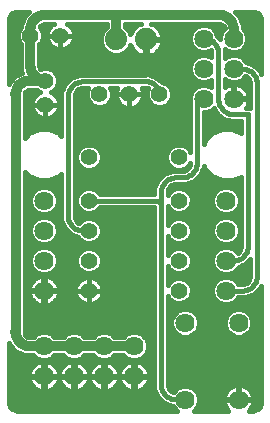
<source format=gbl>
G75*
%MOIN*%
%OFA0B0*%
%FSLAX24Y24*%
%IPPOS*%
%LPD*%
%AMOC8*
5,1,8,0,0,1.08239X$1,22.5*
%
%ADD10C,0.0640*%
%ADD11C,0.0555*%
%ADD12C,0.0560*%
%ADD13C,0.0740*%
%ADD14C,0.0160*%
%ADD15C,0.0320*%
D10*
X002100Y001555D03*
X002100Y002555D03*
X003100Y002555D03*
X003100Y001555D03*
X004100Y001555D03*
X004100Y002555D03*
X005100Y002555D03*
X005100Y001555D03*
X006810Y000775D03*
X008590Y000775D03*
X008590Y003335D03*
X008172Y004405D03*
X008172Y005405D03*
X008172Y006405D03*
X008172Y007405D03*
X008425Y010805D03*
X008425Y011805D03*
X008425Y012805D03*
X007425Y012805D03*
X007425Y011805D03*
X007425Y010805D03*
X002100Y007405D03*
X002100Y006405D03*
X002100Y005405D03*
X002100Y004405D03*
X006810Y003335D03*
D11*
X005950Y010955D03*
X004950Y010955D03*
X003950Y010955D03*
D12*
X002650Y012905D03*
X001650Y012905D03*
X002150Y011405D03*
X002150Y010605D03*
X003600Y008855D03*
X003600Y007405D03*
X003600Y006405D03*
X003600Y005405D03*
X003600Y004405D03*
X006600Y004405D03*
X006600Y005405D03*
X006600Y006405D03*
X006600Y007405D03*
X006600Y008855D03*
D13*
X005500Y012780D03*
X004500Y012780D03*
D14*
X000935Y000627D02*
X000976Y000530D01*
X001050Y000456D01*
X001147Y000415D01*
X001200Y000410D01*
X006524Y000410D01*
X006420Y000514D01*
X006401Y000560D01*
X006357Y000560D01*
X006092Y000670D01*
X006092Y000670D01*
X005890Y000872D01*
X005890Y000872D01*
X005780Y001137D01*
X005780Y007185D01*
X003963Y007185D01*
X003956Y007167D01*
X003838Y007049D01*
X003684Y006985D01*
X003516Y006985D01*
X003362Y007049D01*
X003244Y007167D01*
X003180Y007321D01*
X003180Y007489D01*
X003244Y007643D01*
X003362Y007761D01*
X003516Y007825D01*
X003684Y007825D01*
X003838Y007761D01*
X003956Y007643D01*
X003963Y007625D01*
X005780Y007625D01*
X005780Y007823D01*
X005890Y008088D01*
X005890Y008088D01*
X006092Y008290D01*
X006092Y008290D01*
X006357Y008400D01*
X006700Y008400D01*
X006755Y008405D01*
X006856Y008447D01*
X006933Y008524D01*
X006975Y008625D01*
X006979Y008673D01*
X006956Y008617D01*
X006838Y008499D01*
X006684Y008435D01*
X006516Y008435D01*
X006362Y008499D01*
X006244Y008617D01*
X006180Y008771D01*
X006180Y008939D01*
X006244Y009093D01*
X006362Y009211D01*
X006516Y009275D01*
X006684Y009275D01*
X006838Y009211D01*
X006956Y009093D01*
X006980Y009035D01*
X006980Y010677D01*
X006965Y010713D01*
X006965Y010896D01*
X007035Y011066D01*
X007164Y011195D01*
X007333Y011265D01*
X007516Y011265D01*
X007685Y011195D01*
X007685Y011415D01*
X007516Y011345D01*
X007333Y011345D01*
X007164Y011415D01*
X007035Y011544D01*
X006965Y011713D01*
X006965Y011896D01*
X007035Y012066D01*
X007164Y012195D01*
X007333Y012265D01*
X007516Y012265D01*
X007685Y012195D01*
X007685Y012227D01*
X007676Y012237D01*
X007685Y012317D01*
X007685Y012379D01*
X007675Y012411D01*
X007516Y012345D01*
X007333Y012345D01*
X007164Y012415D01*
X007035Y012544D01*
X006965Y012713D01*
X006965Y012896D01*
X007035Y013066D01*
X007164Y013195D01*
X007333Y013265D01*
X007516Y013265D01*
X007686Y013195D01*
X007815Y013066D01*
X007885Y012896D01*
X007885Y012886D01*
X007892Y012882D01*
X007892Y012882D01*
X007892Y012882D01*
X007965Y012792D01*
X007965Y012896D01*
X008035Y013066D01*
X008119Y013150D01*
X008091Y013216D01*
X008036Y013271D01*
X007964Y013301D01*
X007925Y013305D01*
X005663Y013305D01*
X005711Y013290D01*
X005788Y013250D01*
X005858Y013200D01*
X005920Y013138D01*
X005970Y013068D01*
X006010Y012991D01*
X006036Y012909D01*
X006050Y012823D01*
X006050Y012800D01*
X005520Y012800D01*
X005520Y012760D01*
X006050Y012760D01*
X006050Y012737D01*
X006036Y012651D01*
X006010Y012569D01*
X005970Y012492D01*
X005920Y012422D01*
X005858Y012360D01*
X005788Y012310D01*
X005711Y012270D01*
X005629Y012244D01*
X005543Y012230D01*
X005520Y012230D01*
X005520Y012760D01*
X005480Y012760D01*
X005480Y012230D01*
X005457Y012230D01*
X005371Y012244D01*
X005289Y012270D01*
X005212Y012310D01*
X005142Y012360D01*
X005080Y012422D01*
X005030Y012492D01*
X004990Y012569D01*
X004979Y012604D01*
X004932Y012491D01*
X004789Y012348D01*
X004601Y012270D01*
X004399Y012270D01*
X004211Y012348D01*
X004068Y012491D01*
X003990Y012679D01*
X003990Y012881D01*
X004068Y013069D01*
X004200Y013201D01*
X004200Y013305D01*
X002878Y013305D01*
X002891Y013298D01*
X002950Y013256D01*
X003001Y013205D01*
X003043Y013146D01*
X003076Y013082D01*
X003099Y013013D01*
X003110Y012941D01*
X003110Y012905D01*
X002650Y012905D01*
X002650Y012905D01*
X003110Y012905D01*
X003110Y012869D01*
X003099Y012797D01*
X003076Y012728D01*
X003043Y012664D01*
X003001Y012605D01*
X002950Y012554D01*
X002891Y012512D01*
X002827Y012479D01*
X002758Y012456D01*
X002686Y012445D01*
X002650Y012445D01*
X002650Y012905D01*
X002650Y012905D01*
X002650Y012905D01*
X002190Y012905D01*
X002190Y012941D01*
X002201Y013013D01*
X002224Y013082D01*
X002257Y013146D01*
X002299Y013205D01*
X002350Y013256D01*
X002409Y013298D01*
X002422Y013305D01*
X002150Y013305D01*
X002111Y013301D01*
X002039Y013271D01*
X001984Y013216D01*
X001969Y013180D01*
X002006Y013143D01*
X002070Y012989D01*
X002070Y012821D01*
X002006Y012667D01*
X001950Y012611D01*
X001950Y011905D01*
X001954Y011866D01*
X001984Y011794D01*
X001986Y011792D01*
X002066Y011825D01*
X002234Y011825D01*
X002388Y011761D01*
X002506Y011643D01*
X002570Y011489D01*
X002570Y011321D01*
X002506Y011167D01*
X002388Y011049D01*
X002335Y011027D01*
X002391Y010998D01*
X002450Y010956D01*
X002501Y010905D01*
X002543Y010846D01*
X002576Y010782D01*
X002599Y010713D01*
X002610Y010641D01*
X002680Y010641D01*
X002610Y010641D02*
X002610Y010605D01*
X002150Y010605D01*
X002150Y010605D01*
X002610Y010605D01*
X002610Y010569D01*
X002599Y010497D01*
X002576Y010428D01*
X002543Y010364D01*
X002501Y010305D01*
X002450Y010254D01*
X002391Y010212D01*
X002327Y010179D01*
X002258Y010156D01*
X002186Y010145D01*
X002150Y010145D01*
X002150Y010605D01*
X002150Y010605D01*
X002150Y010605D01*
X001690Y010605D01*
X001690Y010641D01*
X001453Y010641D01*
X001453Y010483D02*
X001706Y010483D01*
X001701Y010497D02*
X001724Y010428D01*
X001757Y010364D01*
X001799Y010305D01*
X001850Y010254D01*
X001909Y010212D01*
X001973Y010179D01*
X002042Y010156D01*
X002114Y010145D01*
X002150Y010145D01*
X002150Y010605D01*
X001690Y010605D01*
X001690Y010569D01*
X001701Y010497D01*
X001690Y010641D02*
X001701Y010713D01*
X001724Y010782D01*
X001757Y010846D01*
X001799Y010905D01*
X001850Y010956D01*
X001909Y010998D01*
X001965Y011027D01*
X001912Y011049D01*
X001856Y011105D01*
X001614Y011105D01*
X001583Y011100D01*
X001522Y011071D01*
X001476Y011020D01*
X001454Y010956D01*
X001453Y010933D01*
X001453Y010913D01*
X001456Y010862D01*
X001453Y010854D01*
X001453Y009509D01*
X001613Y009669D01*
X001929Y009800D01*
X002271Y009800D01*
X002587Y009669D01*
X002680Y009576D01*
X002680Y011023D01*
X002790Y011288D01*
X002790Y011288D01*
X002992Y011490D01*
X002992Y011490D01*
X003257Y011600D01*
X005438Y011600D01*
X005559Y011613D01*
X005559Y011613D01*
X005816Y011539D01*
X005816Y011539D01*
X006024Y011372D01*
X006033Y011372D01*
X006186Y011309D01*
X006304Y011191D01*
X006367Y011038D01*
X006367Y010872D01*
X006304Y010719D01*
X006186Y010601D01*
X006033Y010538D01*
X005867Y010538D01*
X005714Y010601D01*
X005596Y010719D01*
X005533Y010872D01*
X005533Y011038D01*
X005577Y011145D01*
X005527Y011160D01*
X005462Y011160D01*
X005384Y011151D01*
X005373Y011160D01*
X005359Y011160D01*
X005374Y011131D01*
X005396Y011062D01*
X005407Y010991D01*
X005407Y010955D01*
X004950Y010955D01*
X005407Y010955D01*
X005407Y010919D01*
X005396Y010848D01*
X005374Y010779D01*
X005341Y010715D01*
X005299Y010657D01*
X005248Y010606D01*
X005190Y010564D01*
X005126Y010531D01*
X005057Y010509D01*
X004986Y010498D01*
X004950Y010498D01*
X004950Y010955D01*
X004950Y010955D01*
X004950Y010955D01*
X004950Y010955D01*
X004493Y010955D01*
X004493Y010991D01*
X004504Y011062D01*
X004526Y011131D01*
X004541Y011160D01*
X004317Y011160D01*
X004367Y011038D01*
X004367Y010872D01*
X004304Y010719D01*
X004186Y010601D01*
X004033Y010538D01*
X003867Y010538D01*
X003714Y010601D01*
X003596Y010719D01*
X003533Y010872D01*
X003533Y011038D01*
X003583Y011160D01*
X003400Y011160D01*
X003345Y011155D01*
X003244Y011113D01*
X003167Y011036D01*
X003125Y010935D01*
X003120Y010880D01*
X003120Y006905D01*
X003125Y006850D01*
X003167Y006749D01*
X003244Y006672D01*
X003244Y006672D01*
X003265Y006664D01*
X003362Y006761D01*
X003516Y006825D01*
X003684Y006825D01*
X003838Y006761D01*
X003956Y006643D01*
X004020Y006489D01*
X004020Y006321D01*
X003956Y006167D01*
X003838Y006049D01*
X003684Y005985D01*
X003516Y005985D01*
X003362Y006049D01*
X003244Y006167D01*
X003232Y006195D01*
X002992Y006295D01*
X002790Y006497D01*
X002790Y006497D01*
X002680Y006762D01*
X002680Y008304D01*
X002587Y008211D01*
X002271Y008080D01*
X001929Y008080D01*
X001613Y008211D01*
X001453Y008371D01*
X001453Y003106D01*
X001456Y003098D01*
X001453Y003047D01*
X001453Y003027D01*
X001454Y003004D01*
X001476Y002940D01*
X001522Y002889D01*
X001583Y002860D01*
X001614Y002855D01*
X001749Y002855D01*
X001839Y002945D01*
X002008Y003015D01*
X002191Y003015D01*
X002361Y002945D01*
X002451Y002855D01*
X002749Y002855D01*
X002839Y002945D01*
X003008Y003015D01*
X003191Y003015D01*
X003361Y002945D01*
X003451Y002855D01*
X003749Y002855D01*
X003839Y002945D01*
X004008Y003015D01*
X004191Y003015D01*
X004361Y002945D01*
X004451Y002855D01*
X004749Y002855D01*
X004839Y002945D01*
X005008Y003015D01*
X005191Y003015D01*
X005361Y002945D01*
X005490Y002816D01*
X005560Y002646D01*
X005560Y002463D01*
X005490Y002294D01*
X005361Y002165D01*
X005191Y002095D01*
X005008Y002095D01*
X004839Y002165D01*
X004749Y002255D01*
X004451Y002255D01*
X004361Y002165D01*
X004191Y002095D01*
X004008Y002095D01*
X003839Y002165D01*
X003749Y002255D01*
X003451Y002255D01*
X003361Y002165D01*
X003191Y002095D01*
X003008Y002095D01*
X002839Y002165D01*
X002749Y002255D01*
X002451Y002255D01*
X002361Y002165D01*
X002191Y002095D01*
X002008Y002095D01*
X001839Y002165D01*
X001749Y002255D01*
X001651Y002255D01*
X001643Y002252D01*
X001592Y002255D01*
X001540Y002255D01*
X001532Y002258D01*
X001430Y002264D01*
X001430Y002264D01*
X001152Y002398D01*
X001152Y002398D01*
X000947Y002627D01*
X000947Y002627D01*
X000930Y002674D01*
X000930Y000680D01*
X000935Y000627D01*
X000932Y000656D02*
X006126Y000656D01*
X005948Y000814D02*
X000930Y000814D01*
X000930Y000973D02*
X005848Y000973D01*
X005782Y001131D02*
X005367Y001131D01*
X005362Y001127D02*
X005426Y001174D01*
X005481Y001229D01*
X005528Y001293D01*
X005563Y001363D01*
X005588Y001438D01*
X005600Y001516D01*
X005600Y001535D01*
X005120Y001535D01*
X005120Y001575D01*
X005080Y001575D01*
X005080Y002055D01*
X005061Y002055D01*
X004983Y002043D01*
X004908Y002018D01*
X004838Y001983D01*
X004774Y001936D01*
X004719Y001881D01*
X004672Y001817D01*
X004637Y001747D01*
X004612Y001672D01*
X004600Y001594D01*
X004600Y001575D01*
X005080Y001575D01*
X005080Y001535D01*
X004600Y001535D01*
X004600Y001516D01*
X004612Y001438D01*
X004637Y001363D01*
X004672Y001293D01*
X004719Y001229D01*
X004774Y001174D01*
X004838Y001127D01*
X004908Y001092D01*
X004983Y001067D01*
X005061Y001055D01*
X005080Y001055D01*
X005080Y001535D01*
X005120Y001535D01*
X005120Y001055D01*
X005139Y001055D01*
X005217Y001067D01*
X005292Y001092D01*
X005362Y001127D01*
X005525Y001290D02*
X005780Y001290D01*
X005780Y001448D02*
X005589Y001448D01*
X005600Y001575D02*
X005600Y001594D01*
X005588Y001672D01*
X005563Y001747D01*
X005528Y001817D01*
X005481Y001881D01*
X005426Y001936D01*
X005362Y001983D01*
X005292Y002018D01*
X005217Y002043D01*
X005139Y002055D01*
X005120Y002055D01*
X005120Y001575D01*
X005600Y001575D01*
X005598Y001607D02*
X005780Y001607D01*
X005780Y001765D02*
X005554Y001765D01*
X005439Y001924D02*
X005780Y001924D01*
X005780Y002082D02*
X000930Y002082D01*
X000930Y001924D02*
X001761Y001924D01*
X001774Y001936D02*
X001719Y001881D01*
X001672Y001817D01*
X001637Y001747D01*
X001612Y001672D01*
X001600Y001594D01*
X001600Y001575D01*
X002080Y001575D01*
X002080Y002055D01*
X002061Y002055D01*
X001983Y002043D01*
X001908Y002018D01*
X001838Y001983D01*
X001774Y001936D01*
X001646Y001765D02*
X000930Y001765D01*
X000930Y001607D02*
X001602Y001607D01*
X001600Y001535D02*
X001600Y001516D01*
X001612Y001438D01*
X001637Y001363D01*
X001672Y001293D01*
X001719Y001229D01*
X001774Y001174D01*
X001838Y001127D01*
X001908Y001092D01*
X001983Y001067D01*
X002061Y001055D01*
X002080Y001055D01*
X002080Y001535D01*
X002120Y001535D01*
X002120Y001575D01*
X002080Y001575D01*
X002080Y001535D01*
X001600Y001535D01*
X001611Y001448D02*
X000930Y001448D01*
X000930Y001290D02*
X001675Y001290D01*
X001833Y001131D02*
X000930Y001131D01*
X001008Y000497D02*
X006437Y000497D01*
X006500Y000780D02*
X006805Y000780D01*
X006808Y000779D01*
X006809Y000778D01*
X006810Y000775D01*
X006515Y001131D02*
X006264Y001131D01*
X006267Y001124D02*
X006225Y001225D01*
X006220Y001280D01*
X006220Y004225D01*
X006244Y004167D01*
X006362Y004049D01*
X006516Y003985D01*
X006684Y003985D01*
X006838Y004049D01*
X006956Y004167D01*
X007020Y004321D01*
X007020Y004489D01*
X006956Y004643D01*
X006838Y004761D01*
X006684Y004825D01*
X006516Y004825D01*
X006362Y004761D01*
X006244Y004643D01*
X006220Y004585D01*
X006220Y005225D01*
X006244Y005167D01*
X006362Y005049D01*
X006516Y004985D01*
X006684Y004985D01*
X006838Y005049D01*
X006956Y005167D01*
X007020Y005321D01*
X007020Y005489D01*
X006956Y005643D01*
X006838Y005761D01*
X006684Y005825D01*
X006516Y005825D01*
X006362Y005761D01*
X006244Y005643D01*
X006220Y005585D01*
X006220Y006225D01*
X006244Y006167D01*
X006362Y006049D01*
X006516Y005985D01*
X006684Y005985D01*
X006838Y006049D01*
X006956Y006167D01*
X007020Y006321D01*
X007020Y006489D01*
X006956Y006643D01*
X006838Y006761D01*
X006684Y006825D01*
X006516Y006825D01*
X006362Y006761D01*
X006244Y006643D01*
X006220Y006585D01*
X006220Y007225D01*
X006244Y007167D01*
X006362Y007049D01*
X006516Y006985D01*
X006684Y006985D01*
X006838Y007049D01*
X006956Y007167D01*
X007020Y007321D01*
X007020Y007489D01*
X006956Y007643D01*
X006838Y007761D01*
X006684Y007825D01*
X006516Y007825D01*
X006362Y007761D01*
X006244Y007643D01*
X006220Y007585D01*
X006220Y007680D01*
X006225Y007735D01*
X006267Y007836D01*
X006344Y007913D01*
X006445Y007955D01*
X006500Y007960D01*
X006843Y007960D01*
X007108Y008070D01*
X007310Y008272D01*
X007420Y008537D01*
X007420Y008576D01*
X007471Y008453D01*
X007713Y008211D01*
X008029Y008080D01*
X008371Y008080D01*
X008680Y008208D01*
X008680Y005905D01*
X008675Y005850D01*
X008633Y005749D01*
X008556Y005672D01*
X008433Y005795D01*
X008264Y005865D01*
X008081Y005865D01*
X007912Y005795D01*
X007782Y005666D01*
X007712Y005496D01*
X007712Y005313D01*
X007782Y005144D01*
X007912Y005015D01*
X008081Y004945D01*
X008264Y004945D01*
X008433Y005015D01*
X008562Y005144D01*
X008587Y005203D01*
X008808Y005295D01*
X008980Y005467D01*
X008980Y004905D01*
X008975Y004850D01*
X008933Y004749D01*
X008856Y004672D01*
X008755Y004630D01*
X008700Y004625D01*
X008579Y004625D01*
X008562Y004666D01*
X008433Y004795D01*
X008264Y004865D01*
X008081Y004865D01*
X007912Y004795D01*
X007782Y004666D01*
X007712Y004496D01*
X007712Y004313D01*
X007782Y004144D01*
X007912Y004015D01*
X008081Y003945D01*
X008264Y003945D01*
X008433Y004015D01*
X008562Y004144D01*
X008579Y004185D01*
X008843Y004185D01*
X009108Y004295D01*
X009310Y004497D01*
X009340Y004569D01*
X009340Y000680D01*
X009335Y000627D01*
X009295Y000530D01*
X009220Y000456D01*
X009123Y000415D01*
X009070Y000410D01*
X008932Y000410D01*
X008971Y000449D01*
X009018Y000513D01*
X009053Y000583D01*
X009078Y000658D01*
X009090Y000736D01*
X009090Y000755D01*
X008610Y000755D01*
X008610Y000795D01*
X008570Y000795D01*
X008570Y001275D01*
X008551Y001275D01*
X008473Y001263D01*
X008398Y001238D01*
X008328Y001203D01*
X008264Y001156D01*
X008209Y001101D01*
X008162Y001037D01*
X008127Y000967D01*
X008102Y000892D01*
X008090Y000814D01*
X007270Y000814D01*
X007270Y000866D02*
X007270Y000683D01*
X007200Y000514D01*
X007096Y000410D01*
X008248Y000410D01*
X008209Y000449D01*
X008162Y000513D01*
X008127Y000583D01*
X008102Y000658D01*
X008090Y000736D01*
X008090Y000755D01*
X008570Y000755D01*
X008570Y000795D01*
X008090Y000795D01*
X008090Y000814D01*
X008103Y000656D02*
X007258Y000656D01*
X007183Y000497D02*
X008174Y000497D01*
X008129Y000973D02*
X007226Y000973D01*
X007200Y001036D02*
X007270Y000866D01*
X007200Y001036D02*
X007071Y001165D01*
X006901Y001235D01*
X006718Y001235D01*
X006549Y001165D01*
X006420Y001036D01*
X006413Y001019D01*
X006344Y001047D01*
X006267Y001124D01*
X006220Y001290D02*
X009340Y001290D01*
X009340Y001448D02*
X006220Y001448D01*
X006220Y001607D02*
X009340Y001607D01*
X009340Y001765D02*
X006220Y001765D01*
X006220Y001924D02*
X009340Y001924D01*
X009340Y002082D02*
X006220Y002082D01*
X006220Y002241D02*
X009340Y002241D01*
X009340Y002399D02*
X006220Y002399D01*
X006220Y002558D02*
X009340Y002558D01*
X009340Y002716D02*
X006220Y002716D01*
X006220Y002875D02*
X009340Y002875D01*
X009340Y003033D02*
X008939Y003033D01*
X008980Y003074D02*
X008851Y002945D01*
X008681Y002875D01*
X008498Y002875D01*
X008329Y002945D01*
X008200Y003074D01*
X008130Y003243D01*
X008130Y003426D01*
X008200Y003596D01*
X008329Y003725D01*
X008498Y003795D01*
X008681Y003795D01*
X008851Y003725D01*
X008980Y003596D01*
X009050Y003426D01*
X009050Y003243D01*
X008980Y003074D01*
X009028Y003192D02*
X009340Y003192D01*
X009340Y003350D02*
X009050Y003350D01*
X009016Y003509D02*
X009340Y003509D01*
X009340Y003667D02*
X008909Y003667D01*
X009340Y003826D02*
X006220Y003826D01*
X006220Y003984D02*
X007987Y003984D01*
X007784Y004143D02*
X006931Y004143D01*
X007012Y004301D02*
X007718Y004301D01*
X007712Y004460D02*
X007020Y004460D01*
X006966Y004618D02*
X007763Y004618D01*
X007893Y004777D02*
X006801Y004777D01*
X006882Y005094D02*
X007833Y005094D01*
X007738Y005252D02*
X006991Y005252D01*
X007020Y005411D02*
X007712Y005411D01*
X007742Y005569D02*
X006987Y005569D01*
X006871Y005728D02*
X007844Y005728D01*
X007912Y006015D02*
X008081Y005945D01*
X008264Y005945D01*
X008433Y006015D01*
X008562Y006144D01*
X008632Y006313D01*
X008632Y006496D01*
X008562Y006666D01*
X008433Y006795D01*
X008264Y006865D01*
X008081Y006865D01*
X007912Y006795D01*
X007782Y006666D01*
X007712Y006496D01*
X007712Y006313D01*
X007782Y006144D01*
X007912Y006015D01*
X007882Y006045D02*
X006827Y006045D01*
X006971Y006203D02*
X007758Y006203D01*
X007712Y006362D02*
X007020Y006362D01*
X007007Y006520D02*
X007722Y006520D01*
X007795Y006679D02*
X006920Y006679D01*
X006709Y006996D02*
X007959Y006996D01*
X007912Y007015D02*
X008081Y006945D01*
X008264Y006945D01*
X008433Y007015D01*
X008562Y007144D01*
X008632Y007313D01*
X008680Y007313D01*
X008632Y007313D02*
X008632Y007496D01*
X008562Y007666D01*
X008433Y007795D01*
X008264Y007865D01*
X008081Y007865D01*
X007912Y007795D01*
X007782Y007666D01*
X007712Y007496D01*
X007712Y007313D01*
X007782Y007144D01*
X007912Y007015D01*
X008013Y006837D02*
X006220Y006837D01*
X006220Y006679D02*
X006280Y006679D01*
X006220Y006996D02*
X006491Y006996D01*
X006257Y007154D02*
X006220Y007154D01*
X006000Y007280D02*
X006000Y007680D01*
X006220Y007630D02*
X006238Y007630D01*
X006247Y007788D02*
X006427Y007788D01*
X006500Y008180D02*
X006456Y008178D01*
X006413Y008172D01*
X006371Y008163D01*
X006329Y008150D01*
X006289Y008133D01*
X006250Y008113D01*
X006213Y008090D01*
X006179Y008063D01*
X006146Y008034D01*
X006117Y008001D01*
X006090Y007967D01*
X006067Y007930D01*
X006047Y007891D01*
X006030Y007851D01*
X006017Y007809D01*
X006008Y007767D01*
X006002Y007724D01*
X006000Y007680D01*
X005780Y007630D02*
X003962Y007630D01*
X003773Y007788D02*
X005780Y007788D01*
X005831Y007947D02*
X003120Y007947D01*
X003120Y008105D02*
X005907Y008105D01*
X006065Y008264D02*
X003120Y008264D01*
X003120Y008422D02*
X006795Y008422D01*
X006919Y008581D02*
X006956Y008581D01*
X007200Y008680D02*
X007198Y008636D01*
X007192Y008593D01*
X007183Y008551D01*
X007170Y008509D01*
X007153Y008469D01*
X007133Y008430D01*
X007110Y008393D01*
X007083Y008359D01*
X007054Y008326D01*
X007021Y008297D01*
X006987Y008270D01*
X006950Y008247D01*
X006911Y008227D01*
X006871Y008210D01*
X006829Y008197D01*
X006787Y008188D01*
X006744Y008182D01*
X006700Y008180D01*
X006500Y008180D01*
X006426Y007947D02*
X008680Y007947D01*
X008680Y008105D02*
X008432Y008105D01*
X008440Y007788D02*
X008680Y007788D01*
X008680Y007630D02*
X008577Y007630D01*
X008632Y007471D02*
X008680Y007471D01*
X008680Y007154D02*
X008566Y007154D01*
X008680Y006996D02*
X008386Y006996D01*
X008332Y006837D02*
X008680Y006837D01*
X008680Y006679D02*
X008549Y006679D01*
X008623Y006520D02*
X008680Y006520D01*
X008680Y006362D02*
X008632Y006362D01*
X008587Y006203D02*
X008680Y006203D01*
X008680Y006045D02*
X008462Y006045D01*
X008900Y005905D02*
X008898Y005861D01*
X008892Y005818D01*
X008883Y005776D01*
X008870Y005734D01*
X008853Y005694D01*
X008833Y005655D01*
X008810Y005618D01*
X008783Y005584D01*
X008754Y005551D01*
X008721Y005522D01*
X008687Y005495D01*
X008650Y005472D01*
X008611Y005452D01*
X008571Y005435D01*
X008529Y005422D01*
X008487Y005413D01*
X008444Y005407D01*
X008400Y005405D01*
X008172Y005405D01*
X008500Y005728D02*
X008611Y005728D01*
X008678Y005886D02*
X006220Y005886D01*
X006220Y005728D02*
X006329Y005728D01*
X006373Y006045D02*
X006220Y006045D01*
X006220Y006203D02*
X006229Y006203D01*
X005780Y006203D02*
X003971Y006203D01*
X004020Y006362D02*
X005780Y006362D01*
X005780Y006520D02*
X004007Y006520D01*
X003920Y006679D02*
X005780Y006679D01*
X005780Y006837D02*
X003131Y006837D01*
X003120Y006996D02*
X003491Y006996D01*
X002900Y006905D02*
X002902Y006861D01*
X002908Y006818D01*
X002917Y006776D01*
X002930Y006734D01*
X002947Y006694D01*
X002967Y006655D01*
X002990Y006618D01*
X003017Y006584D01*
X003046Y006551D01*
X003079Y006522D01*
X003113Y006495D01*
X003150Y006472D01*
X003189Y006452D01*
X003229Y006435D01*
X003271Y006422D01*
X003313Y006413D01*
X003356Y006407D01*
X003400Y006405D01*
X003600Y006405D01*
X003280Y006679D02*
X003238Y006679D01*
X002925Y006362D02*
X002560Y006362D01*
X002560Y006313D02*
X002490Y006144D01*
X002361Y006015D01*
X002191Y005945D01*
X002008Y005945D01*
X001839Y006015D01*
X001710Y006144D01*
X001640Y006313D01*
X001640Y006496D01*
X001710Y006666D01*
X001839Y006795D01*
X002008Y006865D01*
X002191Y006865D01*
X002361Y006795D01*
X002490Y006666D01*
X002560Y006496D01*
X002560Y006313D01*
X002514Y006203D02*
X003213Y006203D01*
X003373Y006045D02*
X002390Y006045D01*
X002361Y005795D02*
X002191Y005865D01*
X002008Y005865D01*
X001839Y005795D01*
X001710Y005666D01*
X001640Y005496D01*
X001640Y005313D01*
X001710Y005144D01*
X001839Y005015D01*
X002008Y004945D01*
X002191Y004945D01*
X002361Y005015D01*
X002490Y005144D01*
X002560Y005313D01*
X002560Y005496D01*
X002490Y005666D01*
X002361Y005795D01*
X002428Y005728D02*
X003329Y005728D01*
X003362Y005761D02*
X003244Y005643D01*
X003180Y005489D01*
X003180Y005321D01*
X003244Y005167D01*
X003362Y005049D01*
X003516Y004985D01*
X003684Y004985D01*
X003838Y005049D01*
X003956Y005167D01*
X004020Y005321D01*
X004020Y005489D01*
X003956Y005643D01*
X003838Y005761D01*
X003684Y005825D01*
X003516Y005825D01*
X003362Y005761D01*
X003213Y005569D02*
X002530Y005569D01*
X002560Y005411D02*
X003180Y005411D01*
X003209Y005252D02*
X002535Y005252D01*
X002439Y005094D02*
X003318Y005094D01*
X003423Y004831D02*
X003359Y004798D01*
X003300Y004756D01*
X003249Y004705D01*
X003207Y004646D01*
X003174Y004582D01*
X003151Y004513D01*
X003140Y004441D01*
X003140Y004405D01*
X003600Y004405D01*
X004060Y004405D01*
X004060Y004441D01*
X004049Y004513D01*
X004026Y004582D01*
X003993Y004646D01*
X003951Y004705D01*
X003900Y004756D01*
X003841Y004798D01*
X003777Y004831D01*
X003708Y004854D01*
X003636Y004865D01*
X003600Y004865D01*
X003600Y004405D01*
X003600Y004405D01*
X003600Y004405D01*
X004060Y004405D01*
X004060Y004369D01*
X004049Y004297D01*
X004026Y004228D01*
X003993Y004164D01*
X003951Y004105D01*
X003900Y004054D01*
X003841Y004012D01*
X003777Y003979D01*
X003708Y003956D01*
X003636Y003945D01*
X003600Y003945D01*
X003600Y004405D01*
X003600Y004405D01*
X003600Y004405D01*
X003600Y004865D01*
X003564Y004865D01*
X003492Y004854D01*
X003423Y004831D01*
X003329Y004777D02*
X002436Y004777D01*
X002426Y004786D02*
X002362Y004833D01*
X002292Y004868D01*
X002217Y004893D01*
X002139Y004905D01*
X002120Y004905D01*
X002120Y004425D01*
X002600Y004425D01*
X002600Y004444D01*
X002588Y004522D01*
X002563Y004597D01*
X002528Y004667D01*
X002481Y004731D01*
X002426Y004786D01*
X002553Y004618D02*
X003192Y004618D01*
X003143Y004460D02*
X002598Y004460D01*
X002600Y004385D02*
X002120Y004385D01*
X002120Y004425D01*
X002080Y004425D01*
X002080Y004905D01*
X002061Y004905D01*
X001983Y004893D01*
X001908Y004868D01*
X001838Y004833D01*
X001774Y004786D01*
X001719Y004731D01*
X001672Y004667D01*
X001637Y004597D01*
X001612Y004522D01*
X001600Y004444D01*
X001600Y004425D01*
X002080Y004425D01*
X002080Y004385D01*
X002120Y004385D01*
X002120Y003905D01*
X002139Y003905D01*
X002217Y003917D01*
X002292Y003942D01*
X002362Y003977D01*
X002426Y004024D01*
X002481Y004079D01*
X002528Y004143D01*
X002563Y004213D01*
X002588Y004288D01*
X002600Y004366D01*
X002600Y004385D01*
X002590Y004301D02*
X003151Y004301D01*
X003151Y004297D02*
X003174Y004228D01*
X003207Y004164D01*
X003249Y004105D01*
X003300Y004054D01*
X003359Y004012D01*
X003423Y003979D01*
X003492Y003956D01*
X003564Y003945D01*
X003600Y003945D01*
X003600Y004405D01*
X003140Y004405D01*
X003140Y004369D01*
X003151Y004297D01*
X003222Y004143D02*
X002527Y004143D01*
X002371Y003984D02*
X003413Y003984D01*
X003600Y003984D02*
X003600Y003984D01*
X003600Y004143D02*
X003600Y004143D01*
X003600Y004301D02*
X003600Y004301D01*
X003600Y004460D02*
X003600Y004460D01*
X003600Y004618D02*
X003600Y004618D01*
X003600Y004777D02*
X003600Y004777D01*
X003871Y004777D02*
X005780Y004777D01*
X005780Y004935D02*
X001453Y004935D01*
X001453Y004777D02*
X001764Y004777D01*
X001647Y004618D02*
X001453Y004618D01*
X001453Y004460D02*
X001602Y004460D01*
X001600Y004385D02*
X001600Y004366D01*
X001612Y004288D01*
X001637Y004213D01*
X001672Y004143D01*
X001719Y004079D01*
X001774Y004024D01*
X001838Y003977D01*
X001908Y003942D01*
X001983Y003917D01*
X002061Y003905D01*
X002080Y003905D01*
X002080Y004385D01*
X001600Y004385D01*
X001610Y004301D02*
X001453Y004301D01*
X001453Y004143D02*
X001673Y004143D01*
X001829Y003984D02*
X001453Y003984D01*
X001453Y003826D02*
X005780Y003826D01*
X005780Y003984D02*
X003787Y003984D01*
X003978Y004143D02*
X005780Y004143D01*
X005780Y004301D02*
X004049Y004301D01*
X004057Y004460D02*
X005780Y004460D01*
X005780Y004618D02*
X004008Y004618D01*
X003882Y005094D02*
X005780Y005094D01*
X005780Y005252D02*
X003991Y005252D01*
X004020Y005411D02*
X005780Y005411D01*
X005780Y005569D02*
X003987Y005569D01*
X003871Y005728D02*
X005780Y005728D01*
X005780Y005886D02*
X001453Y005886D01*
X001453Y005728D02*
X001772Y005728D01*
X001670Y005569D02*
X001453Y005569D01*
X001453Y005411D02*
X001640Y005411D01*
X001665Y005252D02*
X001453Y005252D01*
X001453Y005094D02*
X001761Y005094D01*
X002080Y004777D02*
X002120Y004777D01*
X002120Y004618D02*
X002080Y004618D01*
X002080Y004460D02*
X002120Y004460D01*
X002120Y004301D02*
X002080Y004301D01*
X002080Y004143D02*
X002120Y004143D01*
X002120Y003984D02*
X002080Y003984D01*
X001453Y003667D02*
X005780Y003667D01*
X005780Y003509D02*
X001453Y003509D01*
X001453Y003350D02*
X005780Y003350D01*
X005780Y003192D02*
X001453Y003192D01*
X001453Y003033D02*
X005780Y003033D01*
X005780Y002875D02*
X005431Y002875D01*
X005531Y002716D02*
X005780Y002716D01*
X005780Y002558D02*
X005560Y002558D01*
X005533Y002399D02*
X005780Y002399D01*
X005780Y002241D02*
X005436Y002241D01*
X005120Y001924D02*
X005080Y001924D01*
X005080Y001765D02*
X005120Y001765D01*
X005120Y001607D02*
X005080Y001607D01*
X005080Y001448D02*
X005120Y001448D01*
X005120Y001290D02*
X005080Y001290D01*
X005080Y001131D02*
X005120Y001131D01*
X004833Y001131D02*
X004367Y001131D01*
X004362Y001127D02*
X004426Y001174D01*
X004481Y001229D01*
X004528Y001293D01*
X004563Y001363D01*
X004588Y001438D01*
X004600Y001516D01*
X004600Y001535D01*
X004120Y001535D01*
X004120Y001575D01*
X004080Y001575D01*
X004080Y002055D01*
X004061Y002055D01*
X003983Y002043D01*
X003908Y002018D01*
X003838Y001983D01*
X003774Y001936D01*
X003719Y001881D01*
X003672Y001817D01*
X003637Y001747D01*
X003612Y001672D01*
X003600Y001594D01*
X003588Y001672D01*
X003563Y001747D01*
X003528Y001817D01*
X003481Y001881D01*
X003426Y001936D01*
X003362Y001983D01*
X003292Y002018D01*
X003217Y002043D01*
X003139Y002055D01*
X003120Y002055D01*
X003120Y001575D01*
X003080Y001575D01*
X003080Y002055D01*
X003061Y002055D01*
X002983Y002043D01*
X002908Y002018D01*
X002838Y001983D01*
X002774Y001936D01*
X002719Y001881D01*
X002672Y001817D01*
X002637Y001747D01*
X002612Y001672D01*
X002600Y001594D01*
X002600Y001575D01*
X003080Y001575D01*
X003080Y001535D01*
X002600Y001535D01*
X002600Y001516D01*
X002612Y001438D01*
X002637Y001363D01*
X002672Y001293D01*
X002719Y001229D01*
X002774Y001174D01*
X002838Y001127D01*
X002908Y001092D01*
X002983Y001067D01*
X003061Y001055D01*
X003080Y001055D01*
X003080Y001535D01*
X003120Y001535D01*
X003120Y001575D01*
X003600Y001575D01*
X004080Y001575D01*
X004080Y001535D01*
X003600Y001535D01*
X003120Y001535D01*
X003120Y001055D01*
X003139Y001055D01*
X003217Y001067D01*
X003292Y001092D01*
X003362Y001127D01*
X003426Y001174D01*
X003481Y001229D01*
X003528Y001293D01*
X003563Y001363D01*
X003588Y001438D01*
X003600Y001516D01*
X003600Y001535D01*
X003600Y001516D01*
X003612Y001438D01*
X003637Y001363D01*
X003672Y001293D01*
X003719Y001229D01*
X003774Y001174D01*
X003838Y001127D01*
X003908Y001092D01*
X003983Y001067D01*
X004061Y001055D01*
X004080Y001055D01*
X004080Y001535D01*
X004120Y001535D01*
X004120Y001055D01*
X004139Y001055D01*
X004217Y001067D01*
X004292Y001092D01*
X004362Y001127D01*
X004525Y001290D02*
X004675Y001290D01*
X004611Y001448D02*
X004589Y001448D01*
X004600Y001575D02*
X004600Y001594D01*
X004588Y001672D01*
X004563Y001747D01*
X004528Y001817D01*
X004481Y001881D01*
X004426Y001936D01*
X004362Y001983D01*
X004292Y002018D01*
X004217Y002043D01*
X004139Y002055D01*
X004120Y002055D01*
X004120Y001575D01*
X004600Y001575D01*
X004598Y001607D02*
X004602Y001607D01*
X004646Y001765D02*
X004554Y001765D01*
X004439Y001924D02*
X004761Y001924D01*
X004764Y002241D02*
X004436Y002241D01*
X004120Y001924D02*
X004080Y001924D01*
X004080Y001765D02*
X004120Y001765D01*
X004120Y001607D02*
X004080Y001607D01*
X004080Y001448D02*
X004120Y001448D01*
X004120Y001290D02*
X004080Y001290D01*
X004080Y001131D02*
X004120Y001131D01*
X003833Y001131D02*
X003367Y001131D01*
X003525Y001290D02*
X003675Y001290D01*
X003611Y001448D02*
X003589Y001448D01*
X003600Y001575D02*
X003600Y001594D01*
X003600Y001575D01*
X003598Y001607D02*
X003602Y001607D01*
X003646Y001765D02*
X003554Y001765D01*
X003439Y001924D02*
X003761Y001924D01*
X003764Y002241D02*
X003436Y002241D01*
X003120Y001924D02*
X003080Y001924D01*
X003080Y001765D02*
X003120Y001765D01*
X003120Y001607D02*
X003080Y001607D01*
X003080Y001448D02*
X003120Y001448D01*
X003120Y001290D02*
X003080Y001290D01*
X003080Y001131D02*
X003120Y001131D01*
X002833Y001131D02*
X002367Y001131D01*
X002362Y001127D02*
X002426Y001174D01*
X002481Y001229D01*
X002528Y001293D01*
X002563Y001363D01*
X002588Y001438D01*
X002600Y001516D01*
X002600Y001535D01*
X002120Y001535D01*
X002120Y001055D01*
X002139Y001055D01*
X002217Y001067D01*
X002292Y001092D01*
X002362Y001127D01*
X002525Y001290D02*
X002675Y001290D01*
X002611Y001448D02*
X002589Y001448D01*
X002600Y001575D02*
X002600Y001594D01*
X002588Y001672D01*
X002563Y001747D01*
X002528Y001817D01*
X002481Y001881D01*
X002426Y001936D01*
X002362Y001983D01*
X002292Y002018D01*
X002217Y002043D01*
X002139Y002055D01*
X002120Y002055D01*
X002120Y001575D01*
X002600Y001575D01*
X002598Y001607D02*
X002602Y001607D01*
X002646Y001765D02*
X002554Y001765D01*
X002439Y001924D02*
X002761Y001924D01*
X002764Y002241D02*
X002436Y002241D01*
X002120Y001924D02*
X002080Y001924D01*
X002080Y001765D02*
X002120Y001765D01*
X002120Y001607D02*
X002080Y001607D01*
X002080Y001448D02*
X002120Y001448D01*
X002120Y001290D02*
X002080Y001290D01*
X002080Y001131D02*
X002120Y001131D01*
X001764Y002241D02*
X000930Y002241D01*
X000930Y002399D02*
X001151Y002399D01*
X001009Y002558D02*
X000930Y002558D01*
X001552Y002875D02*
X001769Y002875D01*
X002431Y002875D02*
X002769Y002875D01*
X003431Y002875D02*
X003769Y002875D01*
X004431Y002875D02*
X004769Y002875D01*
X006000Y001280D02*
X006000Y007280D01*
X005998Y007297D01*
X005994Y007314D01*
X005987Y007330D01*
X005977Y007344D01*
X005964Y007357D01*
X005950Y007367D01*
X005934Y007374D01*
X005917Y007378D01*
X005900Y007380D01*
X005899Y007388D01*
X005895Y007395D01*
X005890Y007400D01*
X005883Y007404D01*
X005875Y007405D01*
X003600Y007405D01*
X003427Y007788D02*
X003120Y007788D01*
X003120Y007630D02*
X003238Y007630D01*
X003180Y007471D02*
X003120Y007471D01*
X003120Y007313D02*
X003184Y007313D01*
X003120Y007154D02*
X003257Y007154D01*
X002900Y006905D02*
X002900Y010880D01*
X002680Y010958D02*
X002447Y010958D01*
X002455Y011117D02*
X002719Y011117D01*
X002784Y011275D02*
X002551Y011275D01*
X002570Y011434D02*
X002935Y011434D01*
X003238Y011592D02*
X002527Y011592D01*
X002398Y011751D02*
X006965Y011751D01*
X007015Y011592D02*
X005633Y011592D01*
X005450Y011380D02*
X003400Y011380D01*
X003253Y011117D02*
X003565Y011117D01*
X003533Y010958D02*
X003135Y010958D01*
X003120Y010800D02*
X003563Y010800D01*
X003674Y010641D02*
X003120Y010641D01*
X003120Y010483D02*
X006980Y010483D01*
X006980Y010641D02*
X006226Y010641D01*
X006337Y010800D02*
X006965Y010800D01*
X006990Y010958D02*
X006367Y010958D01*
X006335Y011117D02*
X007086Y011117D01*
X007146Y011434D02*
X005948Y011434D01*
X006220Y011275D02*
X007685Y011275D01*
X007905Y010780D02*
X007905Y012305D01*
X008125Y012293D02*
X008125Y012155D01*
X008164Y012195D01*
X008333Y012265D01*
X008516Y012265D01*
X008686Y012195D01*
X008815Y012066D01*
X008832Y012025D01*
X008843Y012025D01*
X009108Y011915D01*
X009108Y011915D01*
X009310Y011713D01*
X009310Y011713D01*
X009340Y011641D01*
X009340Y013426D01*
X009335Y013479D01*
X009295Y013576D01*
X009220Y013651D01*
X009123Y013691D01*
X009070Y013696D01*
X008466Y013696D01*
X008603Y013558D01*
X008603Y013558D01*
X008725Y013264D01*
X008725Y013156D01*
X008815Y013066D01*
X008885Y012896D01*
X008885Y012713D01*
X008815Y012544D01*
X008686Y012415D01*
X008516Y012345D01*
X008333Y012345D01*
X008164Y012415D01*
X008126Y012453D01*
X008138Y012415D01*
X008138Y012415D01*
X008125Y012293D01*
X008125Y012226D02*
X008239Y012226D01*
X008238Y012385D02*
X008134Y012385D01*
X007965Y012860D02*
X007910Y012860D01*
X007834Y013019D02*
X008016Y013019D01*
X008108Y013177D02*
X007704Y013177D01*
X007500Y012805D02*
X007425Y012805D01*
X007500Y012805D02*
X007539Y012800D01*
X007578Y012790D01*
X007615Y012778D01*
X007652Y012762D01*
X007686Y012743D01*
X007720Y012721D01*
X007751Y012696D01*
X007779Y012669D01*
X007806Y012639D01*
X007829Y012607D01*
X007850Y012574D01*
X007868Y012538D01*
X007882Y012501D01*
X007894Y012463D01*
X007901Y012424D01*
X007906Y012385D01*
X007907Y012345D01*
X007904Y012305D01*
X007685Y012226D02*
X007611Y012226D01*
X007612Y012385D02*
X007683Y012385D01*
X007238Y012385D02*
X005882Y012385D01*
X005997Y012543D02*
X007036Y012543D01*
X006970Y012702D02*
X006044Y012702D01*
X006044Y012860D02*
X006965Y012860D01*
X007016Y013019D02*
X005996Y013019D01*
X005881Y013177D02*
X007146Y013177D01*
X007239Y012226D02*
X001950Y012226D01*
X001950Y012068D02*
X007037Y012068D01*
X006970Y011909D02*
X001950Y011909D01*
X001950Y012385D02*
X004174Y012385D01*
X004046Y012543D02*
X002934Y012543D01*
X003063Y012702D02*
X003990Y012702D01*
X003990Y012860D02*
X003109Y012860D01*
X003097Y013019D02*
X004047Y013019D01*
X004176Y013177D02*
X003021Y013177D01*
X002650Y012905D02*
X002650Y012445D01*
X002614Y012445D01*
X002542Y012456D01*
X002473Y012479D01*
X002409Y012512D01*
X002350Y012554D01*
X002299Y012605D01*
X002257Y012664D01*
X002224Y012728D01*
X002201Y012797D01*
X002190Y012869D01*
X002190Y012905D01*
X002650Y012905D01*
X002650Y012860D02*
X002650Y012860D01*
X002650Y012702D02*
X002650Y012702D01*
X002650Y012543D02*
X002650Y012543D01*
X002366Y012543D02*
X001950Y012543D01*
X002020Y012702D02*
X002237Y012702D01*
X002191Y012860D02*
X002070Y012860D01*
X002058Y013019D02*
X002203Y013019D01*
X002279Y013177D02*
X001972Y013177D01*
X001566Y013653D02*
X001055Y013653D01*
X001050Y013651D02*
X001147Y013691D01*
X001200Y013696D01*
X001609Y013696D01*
X001472Y013558D01*
X001350Y013264D01*
X001350Y013199D01*
X001294Y013143D01*
X001230Y012989D01*
X001230Y012821D01*
X001294Y012667D01*
X001350Y012611D01*
X001350Y011746D01*
X001380Y011672D01*
X001152Y011562D01*
X000947Y011333D01*
X000930Y011286D01*
X000930Y013426D01*
X000935Y013479D01*
X000976Y013576D01*
X001050Y013651D01*
X000942Y013494D02*
X001445Y013494D01*
X001472Y013558D02*
X001472Y013558D01*
X001379Y013336D02*
X000930Y013336D01*
X000930Y013177D02*
X001328Y013177D01*
X001242Y013019D02*
X000930Y013019D01*
X000930Y012860D02*
X001230Y012860D01*
X001280Y012702D02*
X000930Y012702D01*
X000930Y012543D02*
X001350Y012543D01*
X001350Y012385D02*
X000930Y012385D01*
X000930Y012226D02*
X001350Y012226D01*
X001350Y012068D02*
X000930Y012068D01*
X000930Y011909D02*
X001350Y011909D01*
X001350Y011751D02*
X000930Y011751D01*
X000930Y011592D02*
X001213Y011592D01*
X001152Y011562D02*
X001152Y011562D01*
X001037Y011434D02*
X000930Y011434D01*
X000947Y011333D02*
X000947Y011333D01*
X001455Y010958D02*
X001853Y010958D01*
X001733Y010800D02*
X001453Y010800D01*
X001453Y010324D02*
X001786Y010324D01*
X002014Y010166D02*
X001453Y010166D01*
X001453Y010007D02*
X002680Y010007D01*
X002680Y009849D02*
X001453Y009849D01*
X001453Y009690D02*
X001664Y009690D01*
X001476Y009532D02*
X001453Y009532D01*
X002150Y010166D02*
X002150Y010166D01*
X002286Y010166D02*
X002680Y010166D01*
X002680Y010324D02*
X002514Y010324D01*
X002594Y010483D02*
X002680Y010483D01*
X002680Y010800D02*
X002567Y010800D01*
X002150Y010483D02*
X002150Y010483D01*
X002150Y010324D02*
X002150Y010324D01*
X002536Y009690D02*
X002680Y009690D01*
X003120Y009690D02*
X006980Y009690D01*
X006980Y009532D02*
X003120Y009532D01*
X003120Y009373D02*
X006980Y009373D01*
X006980Y009215D02*
X006830Y009215D01*
X006971Y009056D02*
X006980Y009056D01*
X007200Y008680D02*
X007200Y010580D01*
X007202Y010607D01*
X007207Y010634D01*
X007215Y010660D01*
X007226Y010685D01*
X007240Y010708D01*
X007257Y010729D01*
X007276Y010748D01*
X007297Y010765D01*
X007320Y010779D01*
X007345Y010790D01*
X007371Y010798D01*
X007398Y010803D01*
X007425Y010805D01*
X007753Y010483D02*
X007764Y010483D01*
X007760Y010490D02*
X007840Y010337D01*
X008075Y010140D01*
X008367Y010048D01*
X008510Y010060D01*
X008680Y010060D01*
X008680Y009672D01*
X008371Y009800D01*
X008029Y009800D01*
X007713Y009669D01*
X007471Y009427D01*
X007420Y009304D01*
X007420Y010345D01*
X007516Y010345D01*
X007686Y010415D01*
X007760Y010490D01*
X007855Y010324D02*
X007420Y010324D01*
X007420Y010166D02*
X008044Y010166D01*
X008075Y010140D02*
X008075Y010140D01*
X008367Y010048D02*
X008367Y010048D01*
X008500Y010280D02*
X008900Y010280D01*
X008900Y005905D01*
X008924Y005411D02*
X008980Y005411D01*
X008980Y005252D02*
X008705Y005252D01*
X008808Y005295D02*
X008808Y005295D01*
X008980Y005094D02*
X008511Y005094D01*
X008700Y004405D02*
X008744Y004407D01*
X008787Y004413D01*
X008829Y004422D01*
X008871Y004435D01*
X008911Y004452D01*
X008950Y004472D01*
X008987Y004495D01*
X009021Y004522D01*
X009054Y004551D01*
X009083Y004584D01*
X009110Y004618D01*
X009133Y004655D01*
X009153Y004694D01*
X009170Y004734D01*
X009183Y004776D01*
X009192Y004818D01*
X009198Y004861D01*
X009200Y004905D01*
X009200Y011305D01*
X008980Y011305D02*
X008980Y010500D01*
X008821Y010500D01*
X008853Y010543D01*
X008888Y010613D01*
X008913Y010688D01*
X008925Y010766D01*
X008925Y010785D01*
X008445Y010785D01*
X008445Y010825D01*
X008405Y010825D01*
X008405Y011305D01*
X008386Y011305D01*
X008308Y011293D01*
X008233Y011268D01*
X008163Y011233D01*
X008125Y011205D01*
X008125Y011455D01*
X008164Y011415D01*
X008333Y011345D01*
X008516Y011345D01*
X008686Y011415D01*
X008815Y011544D01*
X008819Y011553D01*
X008856Y011538D01*
X008933Y011461D01*
X008975Y011360D01*
X008980Y011305D01*
X008980Y011275D02*
X008596Y011275D01*
X008617Y011268D02*
X008542Y011293D01*
X008464Y011305D01*
X008445Y011305D01*
X008445Y010825D01*
X008925Y010825D01*
X008925Y010844D01*
X008913Y010922D01*
X008888Y010997D01*
X008853Y011067D01*
X008806Y011131D01*
X008751Y011186D01*
X008687Y011233D01*
X008617Y011268D01*
X008700Y011805D02*
X008744Y011803D01*
X008787Y011797D01*
X008829Y011788D01*
X008871Y011775D01*
X008911Y011758D01*
X008950Y011738D01*
X008987Y011715D01*
X009021Y011688D01*
X009054Y011659D01*
X009083Y011626D01*
X009110Y011592D01*
X009133Y011555D01*
X009153Y011516D01*
X009170Y011476D01*
X009183Y011434D01*
X009192Y011392D01*
X009198Y011349D01*
X009200Y011305D01*
X008944Y011434D02*
X008704Y011434D01*
X008445Y011275D02*
X008405Y011275D01*
X008254Y011275D02*
X008125Y011275D01*
X008125Y011434D02*
X008146Y011434D01*
X008405Y011117D02*
X008445Y011117D01*
X008445Y010958D02*
X008405Y010958D01*
X007904Y010780D02*
X007910Y010735D01*
X007919Y010691D01*
X007933Y010647D01*
X007949Y010605D01*
X007969Y010564D01*
X007993Y010525D01*
X008019Y010488D01*
X008049Y010454D01*
X008081Y010422D01*
X008116Y010393D01*
X008153Y010366D01*
X008192Y010343D01*
X008233Y010323D01*
X008276Y010307D01*
X008319Y010294D01*
X008364Y010285D01*
X008409Y010280D01*
X008454Y010278D01*
X008500Y010280D01*
X008680Y010007D02*
X007420Y010007D01*
X007420Y009849D02*
X008680Y009849D01*
X008680Y009690D02*
X008636Y009690D01*
X008897Y010641D02*
X008980Y010641D01*
X008980Y010800D02*
X008445Y010800D01*
X008817Y011117D02*
X008980Y011117D01*
X008980Y010958D02*
X008901Y010958D01*
X009273Y011751D02*
X009340Y011751D01*
X009340Y011909D02*
X009114Y011909D01*
X009340Y012068D02*
X008813Y012068D01*
X008611Y012226D02*
X009340Y012226D01*
X009340Y012385D02*
X008612Y012385D01*
X008814Y012543D02*
X009340Y012543D01*
X009340Y012702D02*
X008880Y012702D01*
X008885Y012860D02*
X009340Y012860D01*
X009340Y013019D02*
X008834Y013019D01*
X008725Y013177D02*
X009340Y013177D01*
X009340Y013336D02*
X008696Y013336D01*
X008630Y013494D02*
X009329Y013494D01*
X009215Y013653D02*
X008509Y013653D01*
X008425Y011805D02*
X008700Y011805D01*
X007764Y009690D02*
X007420Y009690D01*
X007420Y009532D02*
X007576Y009532D01*
X007449Y009373D02*
X007420Y009373D01*
X006980Y009849D02*
X003120Y009849D01*
X003120Y010007D02*
X006980Y010007D01*
X006980Y010166D02*
X003120Y010166D01*
X003120Y010324D02*
X006980Y010324D01*
X006370Y009215D02*
X003830Y009215D01*
X003838Y009211D02*
X003684Y009275D01*
X003516Y009275D01*
X003362Y009211D01*
X003244Y009093D01*
X003180Y008939D01*
X003180Y008771D01*
X003244Y008617D01*
X003362Y008499D01*
X003516Y008435D01*
X003684Y008435D01*
X003838Y008499D01*
X003956Y008617D01*
X004020Y008771D01*
X004020Y008939D01*
X003956Y009093D01*
X003838Y009211D01*
X003971Y009056D02*
X006229Y009056D01*
X006180Y008898D02*
X004020Y008898D01*
X004007Y008739D02*
X006193Y008739D01*
X006281Y008581D02*
X003919Y008581D01*
X003370Y009215D02*
X003120Y009215D01*
X003120Y009056D02*
X003229Y009056D01*
X003180Y008898D02*
X003120Y008898D01*
X003120Y008739D02*
X003193Y008739D01*
X003120Y008581D02*
X003281Y008581D01*
X002680Y008264D02*
X002640Y008264D01*
X002680Y008105D02*
X002332Y008105D01*
X002191Y007865D02*
X002008Y007865D01*
X001839Y007795D01*
X001710Y007666D01*
X001640Y007496D01*
X001640Y007313D01*
X001710Y007144D01*
X001839Y007015D01*
X002008Y006945D01*
X002191Y006945D01*
X002361Y007015D01*
X002490Y007144D01*
X002560Y007313D01*
X002560Y007496D01*
X002490Y007666D01*
X002361Y007795D01*
X002191Y007865D01*
X002368Y007788D02*
X002680Y007788D01*
X002680Y007947D02*
X001453Y007947D01*
X001453Y008105D02*
X001868Y008105D01*
X001832Y007788D02*
X001453Y007788D01*
X001453Y007630D02*
X001695Y007630D01*
X001640Y007471D02*
X001453Y007471D01*
X001453Y007313D02*
X001640Y007313D01*
X001706Y007154D02*
X001453Y007154D01*
X001453Y006996D02*
X001887Y006996D01*
X001941Y006837D02*
X001453Y006837D01*
X001453Y006679D02*
X001723Y006679D01*
X001650Y006520D02*
X001453Y006520D01*
X001453Y006362D02*
X001640Y006362D01*
X001686Y006203D02*
X001453Y006203D01*
X001453Y006045D02*
X001810Y006045D01*
X002259Y006837D02*
X002680Y006837D01*
X002680Y006996D02*
X002313Y006996D01*
X002494Y007154D02*
X002680Y007154D01*
X002680Y007313D02*
X002560Y007313D01*
X002560Y007471D02*
X002680Y007471D01*
X002680Y007630D02*
X002505Y007630D01*
X002477Y006679D02*
X002714Y006679D01*
X002780Y006520D02*
X002550Y006520D01*
X003709Y006996D02*
X005780Y006996D01*
X005780Y007154D02*
X003943Y007154D01*
X003827Y006045D02*
X005780Y006045D01*
X006220Y005094D02*
X006318Y005094D01*
X006220Y004935D02*
X008980Y004935D01*
X008944Y004777D02*
X008451Y004777D01*
X008700Y004405D02*
X008172Y004405D01*
X008358Y003984D02*
X009340Y003984D01*
X009340Y004143D02*
X008560Y004143D01*
X008271Y003667D02*
X007129Y003667D01*
X007071Y003725D02*
X006901Y003795D01*
X006718Y003795D01*
X006549Y003725D01*
X006420Y003596D01*
X006350Y003426D01*
X006350Y003243D01*
X006420Y003074D01*
X006549Y002945D01*
X006718Y002875D01*
X006901Y002875D01*
X007071Y002945D01*
X007200Y003074D01*
X007270Y003243D01*
X007270Y003426D01*
X007200Y003596D01*
X007071Y003725D01*
X007236Y003509D02*
X008164Y003509D01*
X008130Y003350D02*
X007270Y003350D01*
X007248Y003192D02*
X008152Y003192D01*
X008241Y003033D02*
X007159Y003033D01*
X006461Y003033D02*
X006220Y003033D01*
X006220Y003192D02*
X006372Y003192D01*
X006350Y003350D02*
X006220Y003350D01*
X006220Y003509D02*
X006384Y003509D01*
X006491Y003667D02*
X006220Y003667D01*
X006220Y004143D02*
X006269Y004143D01*
X006234Y004618D02*
X006220Y004618D01*
X006220Y004777D02*
X006399Y004777D01*
X006943Y007154D02*
X007779Y007154D01*
X007713Y007313D02*
X007016Y007313D01*
X007020Y007471D02*
X007712Y007471D01*
X007768Y007630D02*
X006962Y007630D01*
X006773Y007788D02*
X007905Y007788D01*
X007968Y008105D02*
X007143Y008105D01*
X007108Y008070D02*
X007108Y008070D01*
X007302Y008264D02*
X007660Y008264D01*
X007502Y008422D02*
X007372Y008422D01*
X007310Y008272D02*
X007310Y008272D01*
X005674Y010641D02*
X005283Y010641D01*
X005381Y010800D02*
X005563Y010800D01*
X005950Y010980D02*
X005944Y011021D01*
X005933Y011062D01*
X005919Y011101D01*
X005902Y011139D01*
X005881Y011175D01*
X005856Y011210D01*
X005829Y011241D01*
X005799Y011270D01*
X005766Y011296D01*
X005731Y011319D01*
X005694Y011339D01*
X005656Y011355D01*
X005616Y011368D01*
X005575Y011377D01*
X005534Y011382D01*
X005492Y011383D01*
X005450Y011380D01*
X005379Y011117D02*
X005565Y011117D01*
X005533Y010958D02*
X005407Y010958D01*
X004950Y010955D02*
X004950Y010498D01*
X004914Y010498D01*
X004843Y010509D01*
X004774Y010531D01*
X004710Y010564D01*
X004652Y010606D01*
X004601Y010657D01*
X004559Y010715D01*
X004526Y010779D01*
X004504Y010848D01*
X004493Y010919D01*
X004493Y010955D01*
X004950Y010955D01*
X004950Y010800D02*
X004950Y010800D01*
X004950Y010641D02*
X004950Y010641D01*
X004617Y010641D02*
X004226Y010641D01*
X004337Y010800D02*
X004519Y010800D01*
X004493Y010958D02*
X004367Y010958D01*
X004335Y011117D02*
X004521Y011117D01*
X004826Y012385D02*
X005118Y012385D01*
X005003Y012543D02*
X004954Y012543D01*
X004979Y012956D02*
X004932Y013069D01*
X004800Y013201D01*
X004800Y013305D01*
X005337Y013305D01*
X005289Y013290D01*
X005212Y013250D01*
X005142Y013200D01*
X005080Y013138D01*
X005030Y013068D01*
X004990Y012991D01*
X004979Y012956D01*
X005004Y013019D02*
X004953Y013019D01*
X004824Y013177D02*
X005119Y013177D01*
X005480Y012702D02*
X005520Y012702D01*
X005520Y012543D02*
X005480Y012543D01*
X005480Y012385D02*
X005520Y012385D01*
X005950Y010980D02*
X005950Y010955D01*
X003400Y011380D02*
X003356Y011378D01*
X003313Y011372D01*
X003271Y011363D01*
X003229Y011350D01*
X003189Y011333D01*
X003150Y011313D01*
X003113Y011290D01*
X003079Y011263D01*
X003046Y011234D01*
X003017Y011201D01*
X002990Y011167D01*
X002967Y011130D01*
X002947Y011091D01*
X002930Y011051D01*
X002917Y011009D01*
X002908Y010967D01*
X002902Y010924D01*
X002900Y010880D01*
X001560Y008264D02*
X001453Y008264D01*
X006000Y001280D02*
X006002Y001236D01*
X006008Y001193D01*
X006017Y001151D01*
X006030Y001109D01*
X006047Y001069D01*
X006067Y001030D01*
X006090Y000993D01*
X006117Y000959D01*
X006146Y000926D01*
X006179Y000897D01*
X006213Y000870D01*
X006250Y000847D01*
X006289Y000827D01*
X006329Y000810D01*
X006371Y000797D01*
X006413Y000788D01*
X006456Y000782D01*
X006500Y000780D01*
X007105Y001131D02*
X008239Y001131D01*
X008570Y001131D02*
X008610Y001131D01*
X008629Y001275D02*
X008707Y001263D01*
X008782Y001238D01*
X008852Y001203D01*
X008916Y001156D01*
X008971Y001101D01*
X009018Y001037D01*
X009053Y000967D01*
X009078Y000892D01*
X009090Y000814D01*
X009340Y000814D01*
X009340Y000973D02*
X009051Y000973D01*
X009090Y000814D02*
X009090Y000795D01*
X008610Y000795D01*
X008610Y001275D01*
X008629Y001275D01*
X008610Y000973D02*
X008570Y000973D01*
X008570Y000814D02*
X008610Y000814D01*
X008941Y001131D02*
X009340Y001131D01*
X009338Y000656D02*
X009077Y000656D01*
X009006Y000497D02*
X009262Y000497D01*
X009108Y004295D02*
X009108Y004295D01*
X009114Y004301D02*
X009340Y004301D01*
X009340Y004460D02*
X009273Y004460D01*
X009310Y004497D02*
X009310Y004497D01*
D15*
X005100Y002555D02*
X001600Y002555D01*
X001600Y002556D02*
X001558Y002560D01*
X001518Y002568D01*
X001478Y002579D01*
X001439Y002593D01*
X001402Y002611D01*
X001367Y002632D01*
X001333Y002656D01*
X001302Y002683D01*
X001273Y002713D01*
X001247Y002745D01*
X001223Y002779D01*
X001203Y002815D01*
X001186Y002853D01*
X001172Y002892D01*
X001162Y002932D01*
X001155Y002973D01*
X001152Y003014D01*
X001153Y003055D01*
X001153Y010905D01*
X001152Y010946D01*
X001155Y010987D01*
X001162Y011028D01*
X001172Y011068D01*
X001186Y011107D01*
X001203Y011145D01*
X001223Y011181D01*
X001247Y011215D01*
X001273Y011247D01*
X001302Y011277D01*
X001333Y011304D01*
X001367Y011328D01*
X001402Y011349D01*
X001439Y011367D01*
X001478Y011381D01*
X001518Y011392D01*
X001558Y011400D01*
X001600Y011404D01*
X001600Y011405D02*
X002150Y011405D01*
X002106Y011407D01*
X002063Y011413D01*
X002021Y011422D01*
X001979Y011435D01*
X001939Y011452D01*
X001900Y011472D01*
X001863Y011495D01*
X001829Y011522D01*
X001796Y011551D01*
X001767Y011584D01*
X001740Y011618D01*
X001717Y011655D01*
X001697Y011694D01*
X001680Y011734D01*
X001667Y011776D01*
X001658Y011818D01*
X001652Y011861D01*
X001650Y011905D01*
X001650Y012905D01*
X001650Y013105D01*
X001652Y013149D01*
X001658Y013192D01*
X001667Y013234D01*
X001680Y013276D01*
X001697Y013316D01*
X001717Y013355D01*
X001740Y013392D01*
X001767Y013426D01*
X001796Y013459D01*
X001829Y013488D01*
X001863Y013515D01*
X001900Y013538D01*
X001939Y013558D01*
X001979Y013575D01*
X002021Y013588D01*
X002063Y013597D01*
X002106Y013603D01*
X002150Y013605D01*
X004500Y013605D01*
X007925Y013605D01*
X007969Y013603D01*
X008012Y013597D01*
X008054Y013588D01*
X008096Y013575D01*
X008136Y013558D01*
X008175Y013538D01*
X008212Y013515D01*
X008246Y013488D01*
X008279Y013459D01*
X008308Y013426D01*
X008335Y013392D01*
X008358Y013355D01*
X008378Y013316D01*
X008395Y013276D01*
X008408Y013234D01*
X008417Y013192D01*
X008423Y013149D01*
X008425Y013105D01*
X008425Y012805D01*
X004500Y012780D02*
X004500Y013605D01*
M02*

</source>
